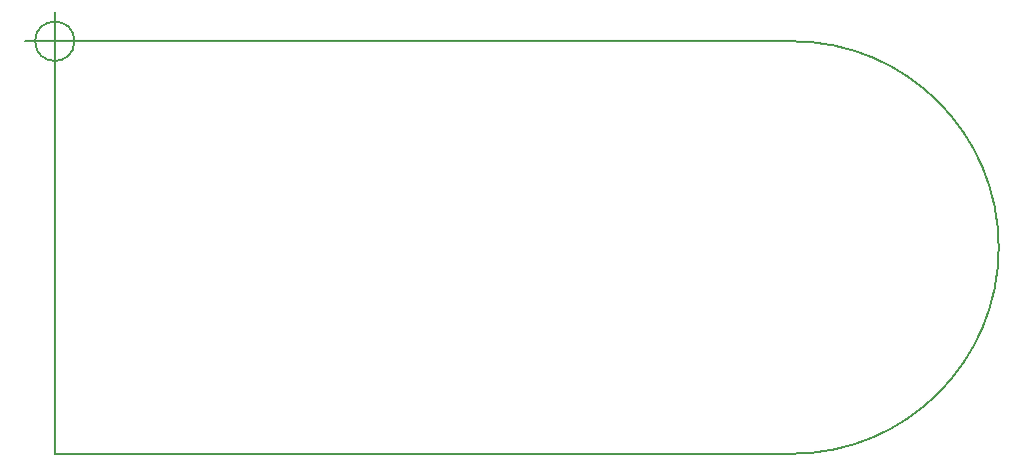
<source format=gbr>
G04 #@! TF.GenerationSoftware,KiCad,Pcbnew,5.0.0-rc2-unknown-0e3be57~65~ubuntu16.04.1*
G04 #@! TF.CreationDate,2018-06-11T16:33:48+03:00*
G04 #@! TF.ProjectId,cranklight,6372616E6B6C696768742E6B69636164,rev?*
G04 #@! TF.SameCoordinates,Original*
G04 #@! TF.FileFunction,Profile,NP*
%FSLAX46Y46*%
G04 Gerber Fmt 4.6, Leading zero omitted, Abs format (unit mm)*
G04 Created by KiCad (PCBNEW 5.0.0-rc2-unknown-0e3be57~65~ubuntu16.04.1) date Mon Jun 11 16:33:48 2018*
%MOMM*%
%LPD*%
G01*
G04 APERTURE LIST*
%ADD10C,0.150000*%
%ADD11C,0.200000*%
G04 APERTURE END LIST*
D10*
X162500000Y-100000000D02*
G75*
G02X162500000Y-135000000I0J-17500000D01*
G01*
D11*
X162500000Y-100000000D02*
X100000000Y-100000000D01*
X100000000Y-135000000D02*
X162500000Y-135000000D01*
X100000000Y-100000000D02*
X100000000Y-135000000D01*
D10*
X101666666Y-100000000D02*
G75*
G03X101666666Y-100000000I-1666666J0D01*
G01*
X97500000Y-100000000D02*
X102500000Y-100000000D01*
X100000000Y-97500000D02*
X100000000Y-102500000D01*
M02*

</source>
